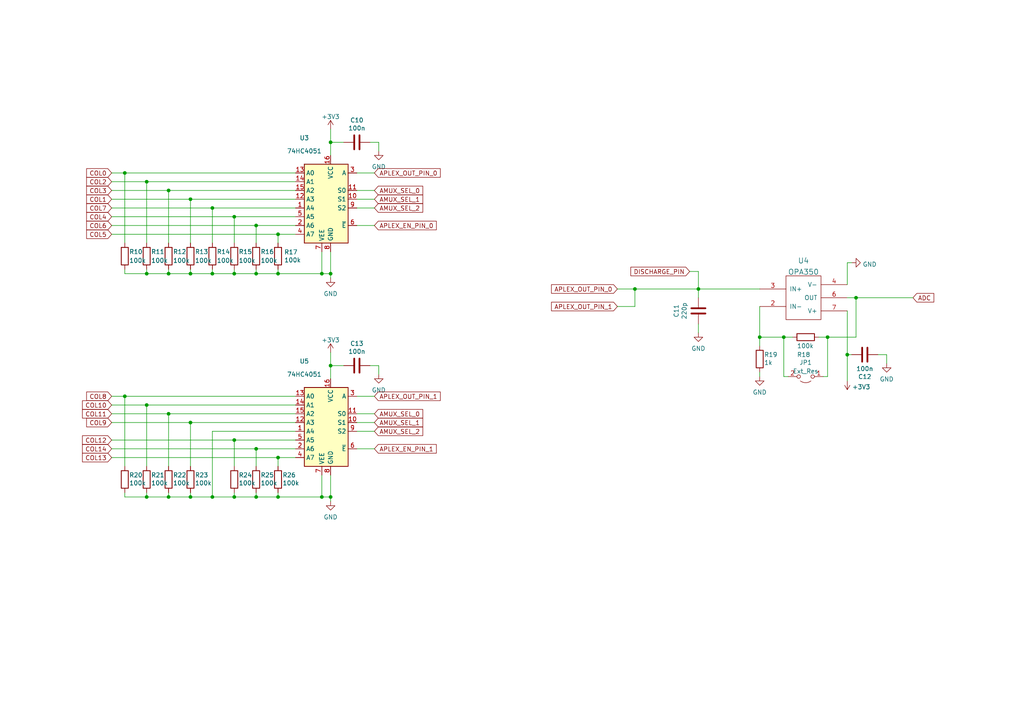
<source format=kicad_sch>
(kicad_sch (version 20230121) (generator eeschema)
  (paper "A4")
  (title_block (title "EC Pro2 Mainboard") (date "2023-11-17") (rev "1.0") (company "LU.SV Solutions") (comment 1 "Cipulot PCB Design") (comment 2 "Cipulot") (comment 3 "GNU General Public License v3.0 "))
  (lib_symbols
    (symbol "74xx:74HC4051"
      (property "Reference" "U" (at -5.08 11.43 0))
      (property "Value" "74HC4051" (at -7.62 -13.97 0))
      (symbol "74HC4051_0_1"
        (rectangle (start -5.08 10.16) (end 7.62 -12.7) (stroke (width 0.254)) (fill (type background)))
      )
      (symbol "74HC4051_1_1"
        (pin passive line (at 10.16 -2.54 180) (length 2.54) (name "A4") (number "1"))
        (pin input line (at -7.62 0 0) (length 2.54) (name "S1") (number "10"))
        (pin input line (at -7.62 2.54 0) (length 2.54) (name "S0") (number "11"))
        (pin passive line (at 10.16 0 180) (length 2.54) (name "A3") (number "12"))
        (pin passive line (at 10.16 7.62 180) (length 2.54) (name "A0") (number "13"))
        (pin passive line (at 10.16 5.08 180) (length 2.54) (name "A1") (number "14"))
        (pin passive line (at 10.16 2.54 180) (length 2.54) (name "A2") (number "15"))
        (pin power_in line (at 0 12.7 270) (length 2.54) (name "VCC") (number "16"))
        (pin passive line (at 10.16 -7.62 180) (length 2.54) (name "A6") (number "2"))
        (pin passive line (at -7.62 7.62 0) (length 2.54) (name "A") (number "3"))
        (pin passive line (at 10.16 -10.16 180) (length 2.54) (name "A7") (number "4"))
        (pin passive line (at 10.16 -5.08 180) (length 2.54) (name "A5") (number "5"))
        (pin input line (at -7.62 -7.62 0) (length 2.54) (name "~{E}") (number "6"))
        (pin power_in line (at 2.54 -15.24 90) (length 2.54) (name "VEE") (number "7"))
        (pin power_in line (at 0 -15.24 90) (length 2.54) (name "GND") (number "8"))
        (pin input line (at -7.62 -2.54 0) (length 2.54) (name "S2") (number "9"))
      )
    )
    (symbol "Device:C" (pin_numbers hide) (pin_names (offset 0.254))
      (property "Reference" "C" (at 0.635 2.54 0))
      (property "Value" "C" (at 0.635 -2.54 0))
      (symbol "C_0_1"
        (polyline (pts (xy -2.032 -0.762) (xy 2.032 -0.762)) (stroke (width 0.508)))
        (polyline (pts (xy -2.032 0.762) (xy 2.032 0.762)) (stroke (width 0.508)))
      )
      (symbol "C_1_1"
        (pin passive line (at 0 3.81 270) (length 2.794) (name "~") (number "1"))
        (pin passive line (at 0 -3.81 90) (length 2.794) (name "~") (number "2"))
      )
    )
    (symbol "Device:R" (pin_numbers hide) (pin_names (offset 0))
      (property "Reference" "R" (at 2.032 0 90))
      (property "Value" "R" (at 0 0 90))
      (symbol "R_0_1"
        (rectangle (start -1.016 -2.54) (end 1.016 2.54) (stroke (width 0.254)))
      )
      (symbol "R_1_1"
        (pin passive line (at 0 3.81 270) (length 1.27) (name "~") (number "1"))
        (pin passive line (at 0 -3.81 90) (length 1.27) (name "~") (number "2"))
      )
    )
    (symbol "Jumper:Jumper_2_Open" (pin_names (offset 0) hide)
      (property "Reference" "JP" (at 0 2.794 0))
      (property "Value" "Jumper_2_Open" (at 0 -2.286 0))
      (symbol "Jumper_2_Open_0_0"
        (circle (center -2.032 0) (radius 0.508))
        (circle (center 2.032 0) (radius 0.508))
      )
      (symbol "Jumper_2_Open_0_1"
        (arc (start 1.524 1.27) (mid 0 1.778) (end -1.524 1.27))
      )
      (symbol "Jumper_2_Open_1_1"
        (pin passive line (at -5.08 0 0) (length 2.54) (name "A") (number "1"))
        (pin passive line (at 5.08 0 180) (length 2.54) (name "B") (number "2"))
      )
    )
    (symbol "burrbrown:OPA350" (pin_names (offset 1.016))
      (property "Reference" "U" (at 8.89 -7.62 0))
      (property "Value" "OPA350" (at 5.08 7.62 0))
      (symbol "OPA350_0_1"
        (rectangle (start 0 -6.35) (end 10.16 6.35))
        (pin input line (at -7.62 2.54 0) (length 7.62) (name "IN-") (number "2"))
        (pin input line (at -7.62 -2.54 0) (length 7.62) (name "IN+") (number "3"))
        (pin input line (at 17.78 -3.81 180) (length 7.62) (name "V-") (number "4"))
        (pin input line (at 17.78 0 180) (length 7.62) (name "OUT") (number "6"))
        (pin input line (at 17.78 3.81 180) (length 7.62) (name "V+") (number "7"))
      )
    )
    (symbol "power:+3.3V" (power) (pin_names (offset 0))
      (property "Value" "+3.3V" (at 0 3.556 0))
      (symbol "+3.3V_0_1"
        (polyline (pts (xy -0.762 1.27) (xy 0 2.54)))
        (polyline (pts (xy 0 0) (xy 0 2.54)))
        (polyline (pts (xy 0 2.54) (xy 0.762 1.27)))
      )
      (symbol "+3.3V_1_1"
        (pin power_in line (at 0 0 90) (length 0) hide (name "+3V3") (number "1"))
      )
    )
    (symbol "power:GND" (power) (pin_names (offset 0))
      (property "Value" "GND" (at 0 -3.81 0))
      (symbol "GND_0_1"
        (polyline (pts (xy 0 0) (xy 0 -1.27) (xy 1.27 -1.27) (xy 0 -2.54) (xy -1.27 -1.27) (xy 0 -1.27)))
      )
      (symbol "GND_1_1"
        (pin power_in line (at 0 0 270) (length 0) hide (name "GND") (number "1"))
      )
    )
  )
  (junction (at 248.285 86.36))
  (junction (at 93.345 79.375))
  (junction (at 55.245 57.785))
  (junction (at 95.885 41.275))
  (junction (at 95.885 79.375))
  (junction (at 80.645 132.715))
  (junction (at 74.295 130.175))
  (junction (at 74.295 79.375))
  (junction (at 67.945 144.145))
  (junction (at 42.545 117.475))
  (junction (at 67.945 127.635))
  (junction (at 93.345 144.145))
  (junction (at 48.895 79.375))
  (junction (at 202.565 83.82))
  (junction (at 55.245 79.375))
  (junction (at 184.15 83.82))
  (junction (at 220.345 97.79))
  (junction (at 67.945 79.375))
  (junction (at 42.545 79.375))
  (junction (at 61.595 60.325))
  (junction (at 95.885 106.045))
  (junction (at 42.545 144.145))
  (junction (at 74.295 65.405))
  (junction (at 227.33 97.79))
  (junction (at 48.895 144.145))
  (junction (at 55.245 144.145))
  (junction (at 80.645 67.945))
  (junction (at 67.945 62.865))
  (junction (at 95.885 144.145))
  (junction (at 36.195 50.165))
  (junction (at 61.595 144.145))
  (junction (at 240.03 97.79))
  (junction (at 55.245 122.555))
  (junction (at 61.595 79.375))
  (junction (at 42.545 52.705))
  (junction (at 36.195 114.935))
  (junction (at 245.745 102.87))
  (junction (at 48.895 120.015))
  (junction (at 80.645 79.375))
  (junction (at 48.895 55.245))
  (junction (at 74.295 144.145))
  (junction (at 80.645 144.145))
  (wire (pts (xy 248.285 97.79) (xy 248.285 86.36)))
  (wire (pts (xy 74.295 70.485) (xy 74.295 65.405)))
  (wire (pts (xy 32.385 114.935) (xy 36.195 114.935)))
  (wire (pts (xy 36.195 114.935) (xy 85.725 114.935)))
  (wire (pts (xy 95.885 80.645) (xy 95.885 79.375)))
  (wire (pts (xy 227.33 97.79) (xy 229.87 97.79)))
  (wire (pts (xy 36.195 70.485) (xy 36.195 50.165)))
  (wire (pts (xy 85.725 67.945) (xy 80.645 67.945)))
  (wire (pts (xy 36.195 144.145) (xy 42.545 144.145)))
  (wire (pts (xy 74.295 78.105) (xy 74.295 79.375)))
  (wire (pts (xy 220.345 97.79) (xy 227.33 97.79)))
  (wire (pts (xy 48.895 70.485) (xy 48.895 55.245)))
  (wire (pts (xy 107.315 106.045) (xy 109.855 106.045)))
  (wire (pts (xy 95.885 145.415) (xy 95.885 144.145)))
  (wire (pts (xy 85.725 57.785) (xy 55.245 57.785)))
  (wire (pts (xy 179.07 83.82) (xy 184.15 83.82)))
  (wire (pts (xy 80.645 70.485) (xy 80.645 67.945)))
  (wire (pts (xy 67.945 144.145) (xy 74.295 144.145)))
  (wire (pts (xy 55.245 122.555) (xy 32.385 122.555)))
  (wire (pts (xy 48.895 79.375) (xy 55.245 79.375)))
  (wire (pts (xy 80.645 135.255) (xy 80.645 132.715)))
  (wire (pts (xy 85.725 52.705) (xy 42.545 52.705)))
  (wire (pts (xy 55.245 144.145) (xy 61.595 144.145)))
  (wire (pts (xy 85.725 122.555) (xy 55.245 122.555)))
  (wire (pts (xy 200.025 78.74) (xy 202.565 78.74)))
  (wire (pts (xy 67.945 79.375) (xy 74.295 79.375)))
  (wire (pts (xy 85.725 55.245) (xy 48.895 55.245)))
  (wire (pts (xy 95.885 41.275) (xy 95.885 45.085)))
  (wire (pts (xy 248.285 86.36) (xy 264.795 86.36)))
  (wire (pts (xy 93.345 137.795) (xy 93.345 144.145)))
  (wire (pts (xy 85.725 60.325) (xy 61.595 60.325)))
  (wire (pts (xy 55.245 78.105) (xy 55.245 79.375)))
  (wire (pts (xy 48.895 120.015) (xy 32.385 120.015)))
  (wire (pts (xy 202.565 86.36) (xy 202.565 83.82)))
  (wire (pts (xy 61.595 60.325) (xy 32.385 60.325)))
  (wire (pts (xy 61.595 144.145) (xy 67.945 144.145)))
  (wire (pts (xy 108.585 65.405) (xy 103.505 65.405)))
  (wire (pts (xy 61.595 79.375) (xy 67.945 79.375)))
  (wire (pts (xy 85.725 127.635) (xy 67.945 127.635)))
  (wire (pts (xy 32.385 67.945) (xy 80.645 67.945)))
  (wire (pts (xy 220.345 97.79) (xy 220.345 100.33)))
  (wire (pts (xy 80.645 79.375) (xy 93.345 79.375)))
  (wire (pts (xy 109.855 106.045) (xy 109.855 108.585)))
  (wire (pts (xy 202.565 78.74) (xy 202.565 83.82)))
  (wire (pts (xy 254.635 102.87) (xy 257.175 102.87)))
  (wire (pts (xy 74.295 144.145) (xy 80.645 144.145)))
  (wire (pts (xy 67.945 78.105) (xy 67.945 79.375)))
  (wire (pts (xy 85.725 125.095) (xy 61.595 125.095)))
  (wire (pts (xy 48.895 78.105) (xy 48.895 79.375)))
  (wire (pts (xy 55.245 122.555) (xy 55.245 135.255)))
  (wire (pts (xy 220.345 88.9) (xy 220.345 97.79)))
  (wire (pts (xy 248.285 86.36) (xy 245.745 86.36)))
  (wire (pts (xy 42.545 142.875) (xy 42.545 144.145)))
  (wire (pts (xy 108.585 130.175) (xy 103.505 130.175)))
  (wire (pts (xy 80.645 144.145) (xy 93.345 144.145)))
  (wire (pts (xy 42.545 70.485) (xy 42.545 52.705)))
  (wire (pts (xy 42.545 52.705) (xy 32.385 52.705)))
  (wire (pts (xy 42.545 135.255) (xy 42.545 117.475)))
  (wire (pts (xy 32.385 130.175) (xy 74.295 130.175)))
  (wire (pts (xy 93.345 73.025) (xy 93.345 79.375)))
  (wire (pts (xy 202.565 83.82) (xy 220.345 83.82)))
  (wire (pts (xy 179.07 88.9) (xy 184.15 88.9)))
  (wire (pts (xy 48.895 142.875) (xy 48.895 144.145)))
  (wire (pts (xy 237.49 97.79) (xy 240.03 97.79)))
  (wire (pts (xy 36.195 50.165) (xy 85.725 50.165)))
  (wire (pts (xy 184.15 83.82) (xy 202.565 83.82)))
  (wire (pts (xy 36.195 142.875) (xy 36.195 144.145)))
  (wire (pts (xy 103.505 57.785) (xy 108.585 57.785)))
  (wire (pts (xy 109.855 41.275) (xy 109.855 43.815)))
  (wire (pts (xy 85.725 62.865) (xy 67.945 62.865)))
  (wire (pts (xy 85.725 117.475) (xy 42.545 117.475)))
  (wire (pts (xy 95.885 102.235) (xy 95.885 106.045)))
  (wire (pts (xy 74.295 65.405) (xy 85.725 65.405)))
  (wire (pts (xy 32.385 50.165) (xy 36.195 50.165)))
  (wire (pts (xy 48.895 135.255) (xy 48.895 120.015)))
  (wire (pts (xy 108.585 50.165) (xy 103.505 50.165)))
  (wire (pts (xy 202.565 93.98) (xy 202.565 96.52)))
  (wire (pts (xy 61.595 70.485) (xy 61.595 60.325)))
  (wire (pts (xy 228.6 109.22) (xy 227.33 109.22)))
  (wire (pts (xy 67.945 135.255) (xy 67.945 127.635)))
  (wire (pts (xy 61.595 78.105) (xy 61.595 79.375)))
  (wire (pts (xy 74.295 135.255) (xy 74.295 130.175)))
  (wire (pts (xy 55.245 79.375) (xy 61.595 79.375)))
  (wire (pts (xy 95.885 137.795) (xy 95.885 144.145)))
  (wire (pts (xy 107.315 41.275) (xy 109.855 41.275)))
  (wire (pts (xy 48.895 55.245) (xy 32.385 55.245)))
  (wire (pts (xy 36.195 135.255) (xy 36.195 114.935)))
  (wire (pts (xy 103.505 122.555) (xy 108.585 122.555)))
  (wire (pts (xy 80.645 142.875) (xy 80.645 144.145)))
  (wire (pts (xy 67.945 62.865) (xy 32.385 62.865)))
  (wire (pts (xy 220.345 107.95) (xy 220.345 109.22)))
  (wire (pts (xy 42.545 144.145) (xy 48.895 144.145)))
  (wire (pts (xy 93.345 144.145) (xy 95.885 144.145)))
  (wire (pts (xy 55.245 57.785) (xy 32.385 57.785)))
  (wire (pts (xy 36.195 78.105) (xy 36.195 79.375)))
  (wire (pts (xy 55.245 57.785) (xy 55.245 70.485)))
  (wire (pts (xy 85.725 120.015) (xy 48.895 120.015)))
  (wire (pts (xy 67.945 127.635) (xy 32.385 127.635)))
  (wire (pts (xy 32.385 65.405) (xy 74.295 65.405)))
  (wire (pts (xy 93.345 79.375) (xy 95.885 79.375)))
  (wire (pts (xy 95.885 37.465) (xy 95.885 41.275)))
  (wire (pts (xy 61.595 125.095) (xy 61.595 144.145)))
  (wire (pts (xy 36.195 79.375) (xy 42.545 79.375)))
  (wire (pts (xy 245.745 82.55) (xy 245.745 76.2)))
  (wire (pts (xy 74.295 142.875) (xy 74.295 144.145)))
  (wire (pts (xy 32.385 132.715) (xy 80.645 132.715)))
  (wire (pts (xy 42.545 79.375) (xy 48.895 79.375)))
  (wire (pts (xy 227.33 109.22) (xy 227.33 97.79)))
  (wire (pts (xy 74.295 79.375) (xy 80.645 79.375)))
  (wire (pts (xy 257.175 102.87) (xy 257.175 105.41)))
  (wire (pts (xy 42.545 78.105) (xy 42.545 79.375)))
  (wire (pts (xy 108.585 114.935) (xy 103.505 114.935)))
  (wire (pts (xy 103.505 120.015) (xy 108.585 120.015)))
  (wire (pts (xy 240.03 109.22) (xy 240.03 97.79)))
  (wire (pts (xy 245.745 90.17) (xy 245.745 102.87)))
  (wire (pts (xy 48.895 144.145) (xy 55.245 144.145)))
  (wire (pts (xy 99.695 41.275) (xy 95.885 41.275)))
  (wire (pts (xy 99.695 106.045) (xy 95.885 106.045)))
  (wire (pts (xy 67.945 70.485) (xy 67.945 62.865)))
  (wire (pts (xy 247.015 102.87) (xy 245.745 102.87)))
  (wire (pts (xy 184.15 83.82) (xy 184.15 88.9)))
  (wire (pts (xy 103.505 60.325) (xy 108.585 60.325)))
  (wire (pts (xy 42.545 117.475) (xy 32.385 117.475)))
  (wire (pts (xy 55.245 142.875) (xy 55.245 144.145)))
  (wire (pts (xy 245.745 76.2) (xy 247.015 76.2)))
  (wire (pts (xy 67.945 142.875) (xy 67.945 144.145)))
  (wire (pts (xy 95.885 106.045) (xy 95.885 109.855)))
  (wire (pts (xy 103.505 125.095) (xy 108.585 125.095)))
  (wire (pts (xy 240.03 97.79) (xy 248.285 97.79)))
  (wire (pts (xy 103.505 55.245) (xy 108.585 55.245)))
  (wire (pts (xy 80.645 78.105) (xy 80.645 79.375)))
  (wire (pts (xy 74.295 130.175) (xy 85.725 130.175)))
  (wire (pts (xy 95.885 73.025) (xy 95.885 79.375)))
  (wire (pts (xy 238.76 109.22) (xy 240.03 109.22)))
  (wire (pts (xy 85.725 132.715) (xy 80.645 132.715)))
  (wire (pts (xy 245.745 110.49) (xy 245.745 102.87)))
  (global_label "AMUX_SEL_2" (shape input) (at 108.585 125.095 0) (property "Intersheetrefs" "${INTERSHEET_REFS}" (effects hide)))
  (global_label "COL4" (shape input) (at 32.385 62.865 180) (property "Intersheetrefs" "${INTERSHEET_REFS}" (effects hide)))
  (global_label "AMUX_SEL_0" (shape input) (at 108.585 55.245 0) (property "Intersheetrefs" "${INTERSHEET_REFS}" (effects hide)))
  (global_label "APLEX_OUT_PIN_1" (shape input) (at 108.585 114.935 0) (property "Intersheetrefs" "${INTERSHEET_REFS}" (effects hide)))
  (global_label "APLEX_OUT_PIN_1" (shape input) (at 179.07 88.9 180) (property "Intersheetrefs" "${INTERSHEET_REFS}" (effects hide)))
  (global_label "COL6" (shape input) (at 32.385 65.405 180) (property "Intersheetrefs" "${INTERSHEET_REFS}" (effects hide)))
  (global_label "COL2" (shape input) (at 32.385 52.705 180) (property "Intersheetrefs" "${INTERSHEET_REFS}" (effects hide)))
  (global_label "COL8" (shape input) (at 32.385 114.935 180) (property "Intersheetrefs" "${INTERSHEET_REFS}" (effects hide)))
  (global_label "AMUX_SEL_1" (shape input) (at 108.585 57.785 0) (property "Intersheetrefs" "${INTERSHEET_REFS}" (effects hide)))
  (global_label "DISCHARGE_PIN" (shape input) (at 200.025 78.74 180) (property "Intersheetrefs" "${INTERSHEET_REFS}" (effects hide)))
  (global_label "COL10" (shape input) (at 32.385 117.475 180) (property "Intersheetrefs" "${INTERSHEET_REFS}" (effects hide)))
  (global_label "COL12" (shape input) (at 32.385 127.635 180) (property "Intersheetrefs" "${INTERSHEET_REFS}" (effects hide)))
  (global_label "COL9" (shape input) (at 32.385 122.555 180) (property "Intersheetrefs" "${INTERSHEET_REFS}" (effects hide)))
  (global_label "APLEX_OUT_PIN_0" (shape input) (at 108.585 50.165 0) (property "Intersheetrefs" "${INTERSHEET_REFS}" (effects hide)))
  (global_label "AMUX_SEL_1" (shape input) (at 108.585 122.555 0) (property "Intersheetrefs" "${INTERSHEET_REFS}" (effects hide)))
  (global_label "ADC" (shape input) (at 264.795 86.36 0) (property "Intersheetrefs" "${INTERSHEET_REFS}" (effects hide)))
  (global_label "COL1" (shape input) (at 32.385 57.785 180) (property "Intersheetrefs" "${INTERSHEET_REFS}" (effects hide)))
  (global_label "COL14" (shape input) (at 32.385 130.175 180) (property "Intersheetrefs" "${INTERSHEET_REFS}" (effects hide)))
  (global_label "COL7" (shape input) (at 32.385 60.325 180) (property "Intersheetrefs" "${INTERSHEET_REFS}" (effects hide)))
  (global_label "COL13" (shape input) (at 32.385 132.715 180) (property "Intersheetrefs" "${INTERSHEET_REFS}" (effects hide)))
  (global_label "AMUX_SEL_2" (shape input) (at 108.585 60.325 0) (property "Intersheetrefs" "${INTERSHEET_REFS}" (effects hide)))
  (global_label "COL5" (shape input) (at 32.385 67.945 180) (property "Intersheetrefs" "${INTERSHEET_REFS}" (effects hide)))
  (global_label "COL11" (shape input) (at 32.385 120.015 180) (property "Intersheetrefs" "${INTERSHEET_REFS}" (effects hide)))
  (global_label "COL0" (shape input) (at 32.385 50.165 180) (property "Intersheetrefs" "${INTERSHEET_REFS}" (effects hide)))
  (global_label "APLEX_OUT_PIN_0" (shape input) (at 179.07 83.82 180) (property "Intersheetrefs" "${INTERSHEET_REFS}" (effects hide)))
  (global_label "COL3" (shape input) (at 32.385 55.245 180) (property "Intersheetrefs" "${INTERSHEET_REFS}" (effects hide)))
  (global_label "APLEX_EN_PIN_0" (shape input) (at 108.585 65.405 0) (property "Intersheetrefs" "${INTERSHEET_REFS}" (effects hide)))
  (global_label "AMUX_SEL_0" (shape input) (at 108.585 120.015 0) (property "Intersheetrefs" "${INTERSHEET_REFS}" (effects hide)))
  (global_label "APLEX_EN_PIN_1" (shape input) (at 108.585 130.175 0) (property "Intersheetrefs" "${INTERSHEET_REFS}" (effects hide)))
  (symbol (lib_id "Device:R") (at 36.195 139.065 0) (unit 1)
    (property "Reference" "R20" (at 37.465 137.795 0) (effects (justify left)))
    (property "Value" "100k" (at 37.465 140.1064 0) (effects (justify left)))
    (property "Footprint" "Resistor_SMD:R_0402_1005Metric" (effects hide))
    (property "LCSC" "C25741" (effects hide))
  )
  (symbol (lib_id "74xx:74HC4051") (at 95.885 57.785 0) (mirror y) (unit 1)
    (property "Reference" "U3" (at 88.265 40.005 0))
    (property "Value" "74HC4051" (at 88.265 43.815 0))
    (property "Footprint" "cipulot_parts:TSSOP16" (effects hide))
    (property "Datasheet" "http://www.ti.com/lit/ds/symlink/cd74hc4051.pdf" (effects hide))
    (property "LCSC" "C5645" (effects hide))
  )
  (symbol (lib_id "Device:R") (at 42.545 74.295 0) (unit 1)
    (property "Reference" "R11" (at 43.815 73.025 0) (effects (justify left)))
    (property "Value" "100k" (at 43.815 75.565 0) (effects (justify left)))
    (property "Footprint" "Resistor_SMD:R_0402_1005Metric" (effects hide))
    (property "LCSC" "C25741" (effects hide))
  )
  (symbol (lib_id "power:GND") (at 202.565 96.52 0) (unit 1)
    (property "Reference" "#PWR040" (effects hide))
    (property "Value" "GND" (at 202.565 101.0825 0))
  )
  (symbol (lib_id "Device:R") (at 67.945 139.065 0) (unit 1)
    (property "Reference" "R24" (at 69.215 137.795 0) (effects (justify left)))
    (property "Value" "100k" (at 69.215 140.1064 0) (effects (justify left)))
    (property "Footprint" "Resistor_SMD:R_0402_1005Metric" (effects hide))
    (property "LCSC" "C25741" (effects hide))
  )
  (symbol (lib_id "power:GND") (at 109.855 43.815 0) (unit 1)
    (property "Reference" "#PWR037" (effects hide))
    (property "Value" "GND" (at 109.855 48.3775 0))
  )
  (symbol (lib_id "Device:R") (at 233.68 97.79 270) (unit 1)
    (property "Reference" "R18" (at 231.14 102.87 90) (effects (justify left)))
    (property "Value" "100k" (at 231.14 100.33 90) (effects (justify left)))
    (property "Footprint" "Resistor_SMD:R_0402_1005Metric" (effects hide))
    (property "LCSC" "C25741" (effects hide))
  )
  (symbol (lib_id "power:GND") (at 220.345 109.22 0) (unit 1)
    (property "Reference" "#PWR044" (effects hide))
    (property "Value" "GND" (at 220.345 113.7825 0))
  )
  (symbol (lib_id "Device:R") (at 67.945 74.295 0) (unit 1)
    (property "Reference" "R15" (at 69.215 73.025 0) (effects (justify left)))
    (property "Value" "100k" (at 69.215 75.565 0) (effects (justify left)))
    (property "Footprint" "Resistor_SMD:R_0402_1005Metric" (effects hide))
    (property "LCSC" "C25741" (effects hide))
  )
  (symbol (lib_id "Device:R") (at 36.195 74.295 0) (unit 1)
    (property "Reference" "R10" (at 37.465 73.025 0) (effects (justify left)))
    (property "Value" "100k" (at 37.465 75.565 0) (effects (justify left)))
    (property "Footprint" "Resistor_SMD:R_0402_1005Metric" (effects hide))
    (property "LCSC" "C25741" (effects hide))
  )
  (symbol (lib_id "Device:R") (at 80.645 139.065 0) (unit 1)
    (property "Reference" "R26" (at 81.915 137.795 0) (effects (justify left)))
    (property "Value" "100k" (at 81.915 140.1064 0) (effects (justify left)))
    (property "Footprint" "Resistor_SMD:R_0402_1005Metric" (effects hide))
    (property "LCSC" "C25741" (effects hide))
  )
  (symbol (lib_id "74xx:74HC4051") (at 95.885 122.555 0) (mirror y) (unit 1)
    (property "Reference" "U5" (at 88.265 104.775 0))
    (property "Value" "74HC4051" (at 88.265 108.585 0))
    (property "Footprint" "cipulot_parts:TSSOP16" (effects hide))
    (property "Datasheet" "http://www.ti.com/lit/ds/symlink/cd74hc4051.pdf" (effects hide))
    (property "LCSC" "C5645" (effects hide))
  )
  (symbol (lib_id "Device:R") (at 55.245 74.295 0) (unit 1)
    (property "Reference" "R13" (at 56.515 73.025 0) (effects (justify left)))
    (property "Value" "100k" (at 56.515 75.565 0) (effects (justify left)))
    (property "Footprint" "Resistor_SMD:R_0402_1005Metric" (effects hide))
    (property "LCSC" "C25741" (effects hide))
  )
  (symbol (lib_id "Device:R") (at 220.345 104.14 0) (unit 1)
    (property "Reference" "R19" (at 221.615 102.87 0) (effects (justify left)))
    (property "Value" "1k" (at 221.615 105.1814 0) (effects (justify left)))
    (property "Footprint" "Resistor_SMD:R_0402_1005Metric" (effects hide))
    (property "LCSC" "C11702" (effects hide))
  )
  (symbol (lib_id "Device:C") (at 202.565 90.17 0) (unit 1)
    (property "Reference" "C11" (at 196.1642 90.17 90))
    (property "Value" "220p" (at 198.4756 90.17 90))
    (property "Footprint" "Capacitor_SMD:C_0402_1005Metric" (effects hide))
    (property "LCSC" "C1530" (effects hide))
  )
  (symbol (lib_id "power:GND") (at 247.015 76.2 90) (unit 1)
    (property "Reference" "#PWR038" (effects hide))
    (property "Value" "GND" (at 250.19 76.679 90) (effects (justify right)))
  )
  (symbol (lib_id "power:GND") (at 109.855 108.585 0) (unit 1)
    (property "Reference" "#PWR043" (effects hide))
    (property "Value" "GND" (at 109.855 113.1475 0))
  )
  (symbol (lib_id "Device:R") (at 74.295 74.295 0) (unit 1)
    (property "Reference" "R16" (at 75.565 73.025 0) (effects (justify left)))
    (property "Value" "100k" (at 75.565 75.565 0) (effects (justify left)))
    (property "Footprint" "Resistor_SMD:R_0402_1005Metric" (effects hide))
    (property "LCSC" "C25741" (effects hide))
  )
  (symbol (lib_id "Device:R") (at 80.645 74.295 0) (unit 1)
    (property "Reference" "R17" (at 82.423 73.1266 0) (effects (justify left)))
    (property "Value" "100k" (at 82.423 75.438 0) (effects (justify left)))
    (property "Footprint" "Resistor_SMD:R_0402_1005Metric" (effects hide))
    (property "LCSC" "C25741" (effects hide))
  )
  (symbol (lib_id "Device:R") (at 48.895 139.065 0) (unit 1)
    (property "Reference" "R22" (at 50.165 137.795 0) (effects (justify left)))
    (property "Value" "100k" (at 50.165 140.1064 0) (effects (justify left)))
    (property "Footprint" "Resistor_SMD:R_0402_1005Metric" (effects hide))
    (property "LCSC" "C25741" (effects hide))
  )
  (symbol (lib_id "Device:R") (at 42.545 139.065 0) (unit 1)
    (property "Reference" "R21" (at 43.815 137.795 0) (effects (justify left)))
    (property "Value" "100k" (at 43.815 140.1064 0) (effects (justify left)))
    (property "Footprint" "Resistor_SMD:R_0402_1005Metric" (effects hide))
    (property "LCSC" "C25741" (effects hide))
  )
  (symbol (lib_id "Device:R") (at 48.895 74.295 0) (unit 1)
    (property "Reference" "R12" (at 50.165 73.025 0) (effects (justify left)))
    (property "Value" "100k" (at 50.165 75.565 0) (effects (justify left)))
    (property "Footprint" "Resistor_SMD:R_0402_1005Metric" (effects hide))
    (property "LCSC" "C25741" (effects hide))
  )
  (symbol (lib_id "power:GND") (at 257.175 105.41 0) (unit 1)
    (property "Reference" "#PWR042" (effects hide))
    (property "Value" "GND" (at 257.175 109.9725 0))
  )
  (symbol (lib_id "Device:C") (at 103.505 106.045 270) (unit 1)
    (property "Reference" "C13" (at 103.505 99.6442 90))
    (property "Value" "100n" (at 103.505 101.9556 90))
    (property "Footprint" "Capacitor_SMD:C_0402_1005Metric" (effects hide))
    (property "LCSC" "C307331" (effects hide))
  )
  (symbol (lib_id "power:GND") (at 95.885 80.645 0) (unit 1)
    (property "Reference" "#PWR039" (effects hide))
    (property "Value" "GND" (at 95.885 85.2075 0))
  )
  (symbol (lib_id "power:+3.3V") (at 95.885 37.465 0) (unit 1)
    (property "Reference" "#PWR036" (effects hide))
    (property "Value" "+3.3V" (at 95.885 33.8605 0))
  )
  (symbol (lib_id "Device:C") (at 250.825 102.87 270) (mirror x) (unit 1)
    (property "Reference" "C12" (at 250.825 109.2708 90))
    (property "Value" "100n" (at 250.825 106.9594 90))
    (property "Footprint" "Capacitor_SMD:C_0402_1005Metric" (effects hide))
    (property "LCSC" "C307331" (effects hide))
  )
  (symbol (lib_id "burrbrown:OPA350") (at 227.965 86.36 0) (mirror x) (unit 1)
    (property "Reference" "U4" (at 233.045 75.6061 0) (effects (font (size 1.524 1.524))))
    (property "Value" "OPA350" (at 233.045 78.8851 0) (effects (font (size 1.524 1.524))))
    (property "Footprint" "Package_SO:SOIC-8_3.9x4.9mm_P1.27mm" (effects hide))
    (property "LCSC" "C13388" (effects hide))
  )
  (symbol (lib_id "power:GND") (at 95.885 145.415 0) (unit 1)
    (property "Reference" "#PWR046" (effects hide))
    (property "Value" "GND" (at 95.885 149.9775 0))
  )
  (symbol (lib_id "Device:C") (at 103.505 41.275 270) (unit 1)
    (property "Reference" "C10" (at 103.505 34.8742 90))
    (property "Value" "100n" (at 103.505 37.1856 90))
    (property "Footprint" "Capacitor_SMD:C_0402_1005Metric" (effects hide))
    (property "LCSC" "C307331" (effects hide))
  )
  (symbol (lib_id "power:+3.3V") (at 245.745 110.49 180) (unit 1)
    (property "Reference" "#PWR045" (effects hide))
    (property "Value" "+3.3V" (at 247.142 112.239 0) (effects (justify right)))
  )
  (symbol (lib_id "Device:R") (at 55.245 139.065 0) (unit 1)
    (property "Reference" "R23" (at 56.515 137.795 0) (effects (justify left)))
    (property "Value" "100k" (at 56.515 140.1064 0) (effects (justify left)))
    (property "Footprint" "Resistor_SMD:R_0402_1005Metric" (effects hide))
    (property "LCSC" "C25741" (effects hide))
  )
  (symbol (lib_id "Device:R") (at 74.295 139.065 0) (unit 1)
    (property "Reference" "R25" (at 75.565 137.795 0) (effects (justify left)))
    (property "Value" "100k" (at 75.565 140.1064 0) (effects (justify left)))
    (property "Footprint" "Resistor_SMD:R_0402_1005Metric" (effects hide))
    (property "LCSC" "C25741" (effects hide))
  )
  (symbol (lib_id "power:+3.3V") (at 95.885 102.235 0) (unit 1)
    (property "Reference" "#PWR041" (effects hide))
    (property "Value" "+3.3V" (at 95.885 98.6305 0))
  )
  (symbol (lib_id "Jumper:Jumper_2_Open") (at 233.68 109.22 180) (unit 1)
    (property "Reference" "JP1" (at 233.68 105.1392 0))
    (property "Value" "Ext_Res" (at 233.68 107.6761 0))
    (property "Footprint" "Resistor_SMD:R_0603_1608Metric_Pad0.98x0.95mm_HandSolder" (effects hide))
  )
  (symbol (lib_id "Device:R") (at 61.595 74.295 0) (unit 1)
    (property "Reference" "R14" (at 62.865 73.025 0) (effects (justify left)))
    (property "Value" "100k" (at 62.865 75.565 0) (effects (justify left)))
    (property "Footprint" "Resistor_SMD:R_0402_1005Metric" (effects hide))
    (property "LCSC" "C25741" (effects hide))
  )
)
</source>
